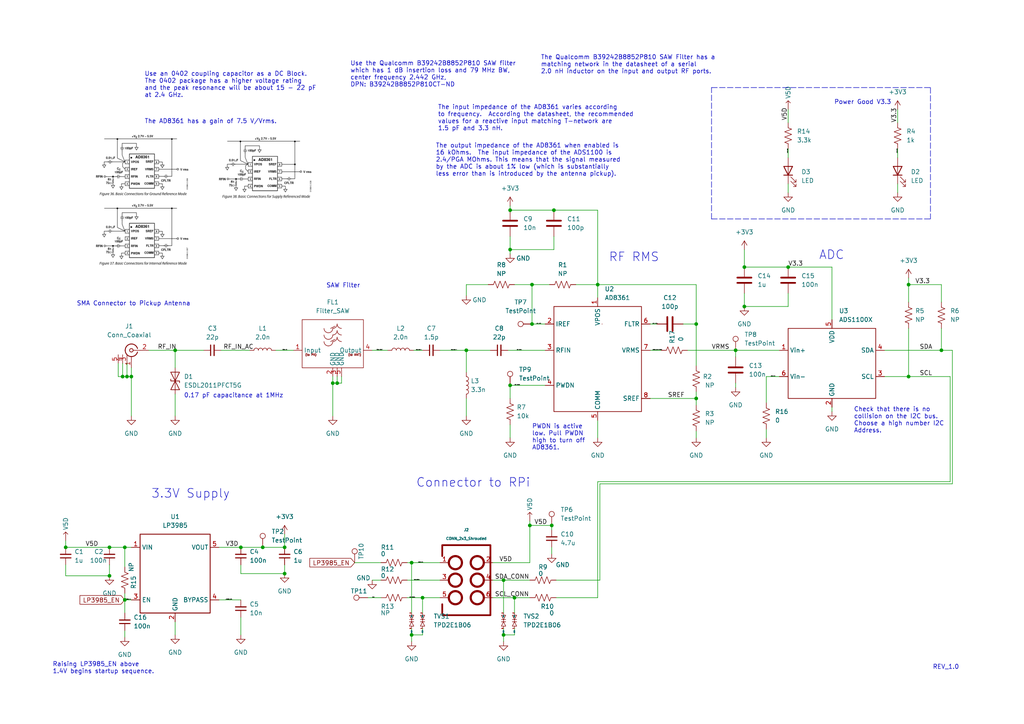
<source format=kicad_sch>
(kicad_sch (version 20211123) (generator eeschema)
  (paper "A4")
  (lib_symbols
    (symbol "CONN_2x3_Shrouded_1"
      (property "Reference" "J2" (at 0 14.605 0))
      (property "Value" "CONN_2x3_Shrouded" (at 0 12.065 0))
      (symbol "CONN_2x3_Shrouded_1_0_0"
        (text "" (at -2.54 -7.62 0) (effects (font (size 1.27 1.27))))
      )
      (symbol "CONN_2x3_Shrouded_1_0_1"
        (circle (center -3.175 -6.985) (radius 0.0001))
        (circle (center -3.175 -5.08) (radius 1.905) (stroke (width 0.635)))
        (circle (center -3.175 -1.905) (radius 0.0001))
        (circle (center -3.175 0) (radius 1.905) (stroke (width 0.635)))
        (circle (center -3.175 3.175) (radius 0.0001))
        (circle (center -3.175 5.08) (radius 1.905) (stroke (width 0.635)))
        (polyline (pts (xy -6.985 6.985) (xy -6.985 10.16) (xy 6.985 10.16) (xy 6.985 -10.16) (xy -6.985 -10.16) (xy -6.985 -6.985)) (stroke (width 0.508)))
        (circle (center 3.175 -5.08) (radius 1.905) (stroke (width 0.635)))
        (circle (center 3.175 -3.175) (radius 0.0001))
        (circle (center 3.175 0) (radius 1.905) (stroke (width 0.635)))
        (circle (center 3.175 1.905) (radius 0.0001))
        (circle (center 3.175 5.08) (radius 1.905) (stroke (width 0.635)))
        (circle (center 3.175 6.985) (radius 0.0001))
      )
      (symbol "CONN_2x3_Shrouded_1_1_1"
        (pin bidirectional line (at -7.62 5.08 0) (length 2.54) (name "") (number "1"))
        (pin bidirectional line (at 7.62 5.08 180) (length 2.54) (name "") (number "2"))
        (pin bidirectional line (at -7.62 0 0) (length 2.54) (name "") (number "3"))
        (pin bidirectional line (at 7.62 0 180) (length 2.54) (name "") (number "4"))
        (pin bidirectional line (at -7.62 -5.08 0) (length 2.54) (name "") (number "5"))
        (pin bidirectional line (at 7.62 -5.08 180) (length 2.54) (name "") (number "6"))
      )
    )
    (symbol "Connector:TestPoint" (pin_numbers hide) (pin_names (offset 0.762) hide)
      (property "Reference" "TP" (at 0 6.858 0))
      (property "Value" "TestPoint" (at 0 5.08 0))
      (symbol "TestPoint_0_1"
        (circle (center 0 3.302) (radius 0.762))
      )
      (symbol "TestPoint_1_1"
        (pin passive line (at 0 0 90) (length 2.54) (name "1") (number "1"))
      )
    )
    (symbol "Device:C" (pin_numbers hide) (pin_names (offset 0.254))
      (property "Reference" "C" (at 0.635 2.54 0))
      (property "Value" "C" (at 0.635 -2.54 0))
      (symbol "C_0_1"
        (polyline (pts (xy -2.032 -0.762) (xy 2.032 -0.762)) (stroke (width 0.508)))
        (polyline (pts (xy -2.032 0.762) (xy 2.032 0.762)) (stroke (width 0.508)))
      )
      (symbol "C_1_1"
        (pin passive line (at 0 3.81 270) (length 2.794) (name "~") (number "1"))
        (pin passive line (at 0 -3.81 90) (length 2.794) (name "~") (number "2"))
      )
    )
    (symbol "Device:C_Small" (pin_numbers hide) (pin_names (offset 0.254) hide)
      (property "Reference" "C" (at 0.254 1.778 0))
      (property "Value" "C_Small" (at 0.254 -2.032 0))
      (symbol "C_Small_0_1"
        (polyline (pts (xy -1.524 -0.508) (xy 1.524 -0.508)) (stroke (width 0.3302)))
        (polyline (pts (xy -1.524 0.508) (xy 1.524 0.508)) (stroke (width 0.3048)))
      )
      (symbol "C_Small_1_1"
        (pin passive line (at 0 2.54 270) (length 2.032) (name "~") (number "1"))
        (pin passive line (at 0 -2.54 90) (length 2.032) (name "~") (number "2"))
      )
    )
    (symbol "Device:L" (pin_numbers hide) (pin_names (offset 1.016) hide)
      (property "Reference" "L" (at -1.27 0 90))
      (property "Value" "L" (at 1.905 0 90))
      (symbol "L_0_1"
        (arc (start 0 -2.54) (mid 0.635 -1.905) (end 0 -1.27))
        (arc (start 0 -1.27) (mid 0.635 -0.635) (end 0 0))
        (arc (start 0 0) (mid 0.635 0.635) (end 0 1.27))
        (arc (start 0 1.27) (mid 0.635 1.905) (end 0 2.54))
      )
      (symbol "L_1_1"
        (pin passive line (at 0 3.81 270) (length 1.27) (name "1") (number "1"))
        (pin passive line (at 0 -3.81 90) (length 1.27) (name "2") (number "2"))
      )
    )
    (symbol "Device:LED" (pin_numbers hide) (pin_names (offset 1.016) hide)
      (property "Reference" "D" (at 0 2.54 0))
      (property "Value" "LED" (at 0 -2.54 0))
      (symbol "LED_0_1"
        (polyline (pts (xy -1.27 -1.27) (xy -1.27 1.27)) (stroke (width 0.254)))
        (polyline (pts (xy -1.27 0) (xy 1.27 0)))
        (polyline (pts (xy 1.27 -1.27) (xy 1.27 1.27) (xy -1.27 0) (xy 1.27 -1.27)) (stroke (width 0.254)))
        (polyline (pts (xy -3.048 -0.762) (xy -4.572 -2.286) (xy -3.81 -2.286) (xy -4.572 -2.286) (xy -4.572 -1.524)))
        (polyline (pts (xy -1.778 -0.762) (xy -3.302 -2.286) (xy -2.54 -2.286) (xy -3.302 -2.286) (xy -3.302 -1.524)))
      )
      (symbol "LED_1_1"
        (pin passive line (at -3.81 0 0) (length 2.54) (name "K") (number "1"))
        (pin passive line (at 3.81 0 180) (length 2.54) (name "A") (number "2"))
      )
    )
    (symbol "Device:R_US" (pin_numbers hide) (pin_names (offset 0))
      (property "Reference" "R" (at 2.54 0 90))
      (property "Value" "R_US" (at -2.54 0 90))
      (symbol "R_US_0_1"
        (polyline (pts (xy 0 -2.286) (xy 0 -2.54)))
        (polyline (pts (xy 0 2.286) (xy 0 2.54)))
        (polyline (pts (xy 0 -0.762) (xy 1.016 -1.143) (xy 0 -1.524) (xy -1.016 -1.905) (xy 0 -2.286)))
        (polyline (pts (xy 0 0.762) (xy 1.016 0.381) (xy 0 0) (xy -1.016 -0.381) (xy 0 -0.762)))
        (polyline (pts (xy 0 2.286) (xy 1.016 1.905) (xy 0 1.524) (xy -1.016 1.143) (xy 0 0.762)))
      )
      (symbol "R_US_1_1"
        (pin passive line (at 0 3.81 270) (length 1.27) (name "~") (number "1"))
        (pin passive line (at 0 -3.81 90) (length 1.27) (name "~") (number "2"))
      )
    )
    (symbol "Diode:ESD9B3.3ST5G" (pin_numbers hide) (pin_names (offset 1.016) hide)
      (property "Reference" "D" (at 0 2.54 0))
      (property "Value" "ESD9B3.3ST5G" (at 0 -2.54 0))
      (symbol "ESD9B3.3ST5G_0_1"
        (polyline (pts (xy 1.27 0) (xy -1.27 0)))
        (polyline (pts (xy -2.54 -1.27) (xy 0 0) (xy -2.54 1.27) (xy -2.54 -1.27)) (stroke (width 0.2032)))
        (polyline (pts (xy 0.508 1.27) (xy 0 1.27) (xy 0 -1.27) (xy -0.508 -1.27)) (stroke (width 0.2032)))
        (polyline (pts (xy 2.54 1.27) (xy 2.54 -1.27) (xy 0 0) (xy 2.54 1.27)) (stroke (width 0.2032)))
      )
      (symbol "ESD9B3.3ST5G_1_1"
        (pin passive line (at -3.81 0 0) (length 2.54) (name "A1") (number "1"))
        (pin passive line (at 3.81 0 180) (length 2.54) (name "A2") (number "2"))
      )
    )
    (symbol "RF_Detector:AD8361"
      (property "Reference" "U" (at 6.35 21.59 0))
      (property "Value" "AD8361" (at 8.89 19.05 0))
      (symbol "AD8361_0_1"
        (rectangle (start -12.7 17.78) (end 12.7 -12.7) (stroke (width 0.2)))
        (rectangle (start 1.27 12.7) (end 1.27 12.7))
        (rectangle (start 1.27 12.7) (end 1.27 12.7))
      )
      (symbol "AD8361_1_1"
        (pin input line (at 0 20.32 270) (length 2.54) (name "VPOS") (number "1"))
        (pin input line (at -15.24 12.7 0) (length 2.54) (name "IREF") (number "2"))
        (pin input line (at -15.24 5.08 0) (length 2.54) (name "RFIN") (number "3"))
        (pin input line (at -15.24 -5.08 0) (length 2.54) (name "PWDN") (number "4"))
        (pin input line (at 0 -15.24 90) (length 2.54) (name "COMM") (number "5"))
        (pin input line (at 15.24 12.7 180) (length 2.54) (name "FLTR") (number "6"))
        (pin output line (at 15.24 5.08 180) (length 2.54) (name "VRMS") (number "7"))
        (pin input line (at 15.24 -8.89 180) (length 2.54) (name "SREF") (number "8"))
      )
    )
    (symbol "RF_Detector:ADS1100"
      (property "Reference" "U" (at 5.08 13.97 0))
      (property "Value" "ADS1100" (at 8.89 11.43 0))
      (symbol "ADS1100_0_1"
        (rectangle (start -12.7 10.16) (end 12.7 -10.16) (stroke (width 0.2)))
      )
      (symbol "ADS1100_1_1"
        (pin input line (at -15.24 3.81 0) (length 2.54) (name "Vin+") (number "1"))
        (pin power_in line (at 0 -12.7 90) (length 2.54) (name "GND") (number "2"))
        (pin bidirectional line (at 15.24 -3.81 180) (length 2.54) (name "SCL") (number "3"))
        (pin bidirectional line (at 15.24 3.81 180) (length 2.54) (name "SDA") (number "4"))
        (pin power_in line (at 0 12.7 270) (length 2.54) (name "VDD") (number "5"))
        (pin input line (at -15.24 -3.81 0) (length 2.54) (name "Vin-") (number "6"))
      )
    )
    (symbol "RF_Detector:Conn_Coaxial" (pin_names (offset 1.016) hide)
      (property "Reference" "J1" (at 0.3174 7.62 0))
      (property "Value" "Conn_Coaxial" (at 0.3174 5.08 0))
      (symbol "Conn_Coaxial_0_1"
        (arc (start -1.778 -0.508) (mid 0.2311 -1.8066) (end 1.778 0) (stroke (width 0.254)))
        (polyline (pts (xy -2.54 0) (xy -0.508 0)))
        (polyline (pts (xy 0 -2.54) (xy 0 -1.778)))
        (circle (center 0 0) (radius 0.508) (stroke (width 0.2032)))
        (arc (start 1.778 0) (mid 0.2099 1.8101) (end -1.778 0.508) (stroke (width 0.254)))
      )
      (symbol "Conn_Coaxial_1_1"
        (pin power_in line (at 0 -5.08 90) (length 2.54) (name "GND") (number "1"))
        (pin bidirectional line (at -5.08 0 0) (length 2.54) (name "In") (number "2"))
        (pin power_in line (at 1.27 -3.81 90) (length 2.54) (name "GND") (number "3"))
        (pin power_in line (at 2.54 -3.81 90) (length 2.54) (name "GND") (number "4"))
        (pin power_in line (at 3.81 -3.81 90) (length 2.54) (name "GND") (number "5"))
      )
    )
    (symbol "RF_Detector:Filter_SAW"
      (property "Reference" "FL1" (at 0 13.97 0))
      (property "Value" "Filter_SAW" (at 0 11.43 0))
      (symbol "Filter_SAW_0_0"
        (text "(to ANT)" (at 6.35 -1.27 0) (effects (font (size 0.6 0.6))))
        (text "(to PA)" (at -6.35 -1.27 0) (effects (font (size 0.6 0.6))))
      )
      (symbol "Filter_SAW_0_1"
        (rectangle (start -8.89 -5.08) (end 8.89 8.89))
        (arc (start -2.54 2.54) (mid -2.168 1.642) (end -1.27 1.27))
        (arc (start -2.54 4.445) (mid -2.168 3.547) (end -1.27 3.175))
        (arc (start -2.54 6.35) (mid -2.168 5.452) (end -1.27 5.08))
        (arc (start -1.27 1.27) (mid -0.372 1.642) (end 0 2.54))
        (arc (start -1.27 3.175) (mid -0.372 3.547) (end 0 4.445))
        (arc (start -1.27 5.08) (mid -0.372 5.452) (end 0 6.35))
        (polyline (pts (xy -0.635 2.54) (xy 0.635 3.175)))
        (polyline (pts (xy -0.635 6.35) (xy 0.635 6.985)))
        (arc (start 0 2.54) (mid 2.168 1.642) (end 1.27 3.81))
        (arc (start 0 4.445) (mid 2.168 3.547) (end 1.27 5.715))
        (arc (start 0 6.35) (mid 2.168 5.452) (end 1.27 7.62))
        (arc (start 1.27 3.81) (mid 0.372 1.642) (end 2.54 2.54))
        (arc (start 1.27 5.715) (mid 0.372 3.547) (end 2.54 4.445))
        (arc (start 1.27 7.62) (mid 0.372 5.452) (end 2.54 6.35))
      )
      (symbol "Filter_SAW_1_1"
        (pin bidirectional line (at -11.43 0 0) (length 2.54) (name "Input") (number "1"))
        (pin power_in line (at 0 -7.62 90) (length 2.54) (name "GND") (number "2"))
        (pin power_in line (at 1.27 -7.62 90) (length 2.54) (name "GND") (number "3"))
        (pin bidirectional line (at 11.43 0 180) (length 2.54) (name "Output") (number "4"))
        (pin power_in line (at 2.54 -7.62 90) (length 2.54) (name "GND") (number "5"))
      )
    )
    (symbol "RF_Detector:LP3985"
      (property "Reference" "U1" (at 0 17.78 0))
      (property "Value" "LP3985" (at 0 15.24 0))
      (symbol "LP3985_0_1"
        (rectangle (start -10.16 12.7) (end 10.16 -10.16) (stroke (width 0.254)))
      )
      (symbol "LP3985_1_1"
        (pin power_in line (at -12.7 8.89 0) (length 2.54) (name "VIN") (number "1"))
        (pin power_out line (at 0 -12.7 90) (length 2.54) (name "GND") (number "2"))
        (pin input line (at -12.7 -6.35 0) (length 2.54) (name "EN") (number "3"))
        (pin bidirectional line (at 12.7 -6.35 180) (length 2.54) (name "BYPASS") (number "4"))
        (pin power_out line (at 12.7 8.89 180) (length 2.54) (name "VOUT") (number "5"))
      )
    )
    (symbol "RF_Detector:TPD2E1B06"
      (property "Reference" "TVS" (at -5.715 0.635 90))
      (property "Value" "TPD2E1B06" (at -3.81 4.445 90))
      (symbol "TPD2E1B06_0_1"
        (polyline (pts (xy -1.905 3.175) (xy -0.635 3.175)))
        (polyline (pts (xy -1.27 3.81) (xy -1.27 3.175)))
        (polyline (pts (xy -0.635 3.81) (xy -1.905 3.81)))
        (polyline (pts (xy 1.27 3.175) (xy 2.54 3.175)))
        (polyline (pts (xy 1.905 3.175) (xy 1.905 3.81)))
        (polyline (pts (xy 2.54 3.81) (xy 1.27 3.81)))
        (polyline (pts (xy -1.27 1.27) (xy -1.27 1.905) (xy -1.905 1.905) (xy -1.27 3.175) (xy -0.635 1.905) (xy -1.27 1.905)))
        (polyline (pts (xy -1.27 5.715) (xy -1.27 5.08) (xy -0.635 5.08) (xy -1.27 3.81) (xy -1.905 5.08) (xy -1.27 5.08)))
        (polyline (pts (xy 1.905 1.27) (xy 1.905 1.905) (xy 1.27 1.905) (xy 1.905 3.175) (xy 2.54 1.905) (xy 1.905 1.905)))
        (polyline (pts (xy 1.905 5.715) (xy 1.905 5.08) (xy 2.54 5.08) (xy 1.905 3.81) (xy 1.27 5.08) (xy 1.905 5.08)))
      )
      (symbol "TPD2E1B06_1_1"
        (pin bidirectional line (at -1.27 5.715 270) (length 0) (name "IOA1") (number "1"))
        (pin bidirectional line (at 1.905 5.715 270) (length 0) (name "IOB1") (number "2"))
        (pin bidirectional line (at 3.81 4.445 270) (length 0) hide (name "NC1") (number "3"))
        (pin bidirectional line (at 1.905 1.27 270) (length 0) (name "IOB2") (number "4"))
        (pin bidirectional line (at -1.27 1.27 270) (length 0) (name "IOE2") (number "5"))
        (pin bidirectional line (at 3.81 2.54 270) (length 0) hide (name "NC2") (number "6"))
      )
    )
    (symbol "RF_Detector:V5D" (pin_numbers hide)
      (symbol "V5D_0_1"
        (polyline (pts (xy -0.635 1.905) (xy 0 2.54) (xy 0.635 1.905)))
      )
      (symbol "V5D_1_1"
        (pin power_out line (at 0 0 90) (length 2.54) (name "V5D") (number ""))
      )
    )
    (symbol "power:+3.3V" (power) (pin_names (offset 0))
      (property "Value" "+3.3V" (at 0 3.556 0))
      (symbol "+3.3V_0_1"
        (polyline (pts (xy -0.762 1.27) (xy 0 2.54)))
        (polyline (pts (xy 0 0) (xy 0 2.54)))
        (polyline (pts (xy 0 2.54) (xy 0.762 1.27)))
      )
      (symbol "+3.3V_1_1"
        (pin power_in line (at 0 0 90) (length 0) hide (name "+3V3") (number "1"))
      )
    )
    (symbol "power:GND" (power) (pin_names (offset 0))
      (property "Value" "GND" (at 0 -3.81 0))
      (symbol "GND_0_1"
        (polyline (pts (xy 0 0) (xy 0 -1.27) (xy 1.27 -1.27) (xy 0 -2.54) (xy -1.27 -1.27) (xy 0 -1.27)))
      )
      (symbol "GND_1_1"
        (pin power_in line (at 0 0 270) (length 0) hide (name "GND") (number "1"))
      )
    )
  )
  (junction (at 263.525 82.55))
  (junction (at 160.655 60.96))
  (junction (at 201.93 93.98))
  (junction (at 154.305 93.98))
  (junction (at 96.52 111.125))
  (junction (at 82.55 166.37))
  (junction (at 36.83 109.22))
  (junction (at 135.255 101.6))
  (junction (at 69.85 158.75))
  (junction (at 154.305 82.55))
  (junction (at 97.79 111.125))
  (junction (at 122.555 173.355))
  (junction (at 31.75 158.75))
  (junction (at 160.02 152.4))
  (junction (at 36.195 158.75))
  (junction (at 36.195 173.99))
  (junction (at 31.75 167.005))
  (junction (at 38.1 109.22))
  (junction (at 19.05 158.75))
  (junction (at 35.56 109.22))
  (junction (at 173.355 82.55))
  (junction (at 147.955 72.39))
  (junction (at 228.6 77.47))
  (junction (at 213.36 101.6))
  (junction (at 273.05 101.6))
  (junction (at 147.955 60.96))
  (junction (at 147.955 111.76))
  (junction (at 146.05 168.275))
  (junction (at 119.38 184.15))
  (junction (at 215.9 77.47))
  (junction (at 201.93 115.57))
  (junction (at 215.9 88.9))
  (junction (at 119.38 163.195))
  (junction (at 263.525 109.22))
  (junction (at 153.67 152.4))
  (junction (at 76.2 158.75))
  (junction (at 82.55 158.75))
  (junction (at 149.225 173.355))
  (junction (at 146.05 184.15))
  (junction (at 50.8 101.6))
  (wire (pts (xy 160.02 152.4) (xy 160.02 153.67)))
  (wire (pts (xy 35.56 109.22) (xy 35.56 105.41)))
  (wire (pts (xy 222.25 109.22) (xy 226.06 109.22)))
  (wire (pts (xy 260.35 43.18) (xy 260.35 45.72)))
  (wire (pts (xy 222.25 124.46) (xy 222.25 127)))
  (wire (pts (xy 228.6 77.47) (xy 241.3 77.47)))
  (wire (pts (xy 107.95 101.6) (xy 112.395 101.6)))
  (wire (pts (xy 118.11 163.195) (xy 119.38 163.195)))
  (wire (pts (xy 107.95 168.275) (xy 110.49 168.275)))
  (wire (pts (xy 36.83 109.22) (xy 35.56 109.22)))
  (wire (pts (xy 36.195 158.75) (xy 36.195 164.465)))
  (wire (pts (xy 19.05 156.845) (xy 19.05 158.75)))
  (wire (pts (xy 96.52 109.22) (xy 96.52 111.125)))
  (wire (pts (xy 260.35 53.34) (xy 260.35 55.88)))
  (wire (pts (xy 35.56 109.22) (xy 34.29 109.22)))
  (wire (pts (xy 36.83 109.22) (xy 36.83 105.41)))
  (wire (pts (xy 276.225 140.335) (xy 173.99 140.335)))
  (wire (pts (xy 127.635 101.6) (xy 135.255 101.6)))
  (wire (pts (xy 147.955 59.69) (xy 147.955 60.96)))
  (wire (pts (xy 63.5 158.75) (xy 69.85 158.75)))
  (wire (pts (xy 80.01 101.6) (xy 85.09 101.6)))
  (wire (pts (xy 188.595 101.6) (xy 191.77 101.6)))
  (wire (pts (xy 154.305 93.98) (xy 154.305 82.55)))
  (polyline (pts (xy 206.375 63.5) (xy 269.875 63.5)))
  (wire (pts (xy 69.85 158.75) (xy 76.2 158.75)))
  (wire (pts (xy 119.38 163.195) (xy 127.635 163.195)))
  (wire (pts (xy 153.67 151.13) (xy 153.67 152.4)))
  (wire (pts (xy 228.6 53.34) (xy 228.6 55.88)))
  (wire (pts (xy 222.25 109.22) (xy 222.25 116.84)))
  (wire (pts (xy 160.02 158.75) (xy 160.02 160.655)))
  (wire (pts (xy 97.79 111.125) (xy 96.52 111.125)))
  (wire (pts (xy 119.38 182.245) (xy 119.38 184.15)))
  (wire (pts (xy 167.005 82.55) (xy 173.355 82.55)))
  (wire (pts (xy 160.655 60.96) (xy 173.355 60.96)))
  (wire (pts (xy 96.52 111.125) (xy 96.52 120.65)))
  (wire (pts (xy 69.85 166.37) (xy 69.85 163.83)))
  (wire (pts (xy 273.05 101.6) (xy 276.225 101.6)))
  (wire (pts (xy 149.225 173.355) (xy 153.67 173.355)))
  (wire (pts (xy 36.195 173.99) (xy 36.195 177.8)))
  (wire (pts (xy 99.06 111.125) (xy 97.79 111.125)))
  (wire (pts (xy 38.1 106.68) (xy 38.1 109.22)))
  (wire (pts (xy 99.06 109.22) (xy 99.06 111.125)))
  (wire (pts (xy 213.36 101.6) (xy 213.36 103.505)))
  (wire (pts (xy 31.75 158.75) (xy 36.195 158.75)))
  (wire (pts (xy 50.8 101.6) (xy 50.8 106.68)))
  (wire (pts (xy 173.355 121.92) (xy 173.355 127)))
  (wire (pts (xy 275.59 139.7) (xy 173.355 139.7)))
  (wire (pts (xy 161.29 168.275) (xy 173.99 168.275)))
  (wire (pts (xy 19.05 158.75) (xy 31.75 158.75)))
  (wire (pts (xy 147.955 127) (xy 147.955 123.19)))
  (wire (pts (xy 147.955 72.39) (xy 147.955 73.66)))
  (wire (pts (xy 19.05 167.005) (xy 31.75 167.005)))
  (wire (pts (xy 135.255 85.725) (xy 135.255 82.55)))
  (wire (pts (xy 147.955 111.76) (xy 158.115 111.76)))
  (polyline (pts (xy 206.375 63.5) (xy 206.375 25.4)))
  (wire (pts (xy 142.875 168.275) (xy 146.05 168.275)))
  (polyline (pts (xy 206.375 25.4) (xy 269.875 25.4)))
  (wire (pts (xy 38.1 109.22) (xy 38.1 120.65)))
  (wire (pts (xy 147.955 115.57) (xy 147.955 111.76)))
  (wire (pts (xy 201.93 93.98) (xy 201.93 82.55)))
  (wire (pts (xy 122.555 173.355) (xy 122.555 177.8)))
  (wire (pts (xy 173.355 60.96) (xy 173.355 82.55)))
  (wire (pts (xy 188.595 115.57) (xy 201.93 115.57)))
  (wire (pts (xy 215.9 77.47) (xy 228.6 77.47)))
  (wire (pts (xy 241.3 92.71) (xy 241.3 77.47)))
  (wire (pts (xy 43.18 101.6) (xy 50.8 101.6)))
  (wire (pts (xy 273.05 95.25) (xy 273.05 101.6)))
  (wire (pts (xy 146.05 184.15) (xy 146.05 186.055)))
  (wire (pts (xy 199.39 101.6) (xy 213.36 101.6)))
  (wire (pts (xy 119.38 163.195) (xy 119.38 177.8)))
  (wire (pts (xy 122.555 173.355) (xy 127.635 173.355)))
  (wire (pts (xy 149.225 82.55) (xy 154.305 82.55)))
  (wire (pts (xy 149.225 182.245) (xy 149.225 184.15)))
  (wire (pts (xy 146.05 184.15) (xy 149.225 184.15)))
  (wire (pts (xy 276.225 101.6) (xy 276.225 140.335)))
  (wire (pts (xy 147.955 68.58) (xy 147.955 72.39)))
  (wire (pts (xy 142.875 173.355) (xy 149.225 173.355)))
  (wire (pts (xy 263.525 109.22) (xy 275.59 109.22)))
  (wire (pts (xy 63.5 173.99) (xy 69.85 173.99)))
  (wire (pts (xy 153.67 152.4) (xy 160.02 152.4)))
  (wire (pts (xy 241.3 118.11) (xy 241.3 119.38)))
  (wire (pts (xy 135.255 115.57) (xy 135.255 120.65)))
  (wire (pts (xy 82.55 166.37) (xy 69.85 166.37)))
  (wire (pts (xy 153.67 152.4) (xy 153.67 163.195)))
  (wire (pts (xy 135.255 82.55) (xy 141.605 82.55)))
  (wire (pts (xy 149.225 173.355) (xy 149.225 177.8)))
  (wire (pts (xy 50.8 114.3) (xy 50.8 120.65)))
  (wire (pts (xy 201.93 113.665) (xy 201.93 115.57)))
  (wire (pts (xy 273.05 87.63) (xy 273.05 82.55)))
  (wire (pts (xy 215.9 85.09) (xy 215.9 88.9)))
  (wire (pts (xy 215.9 72.39) (xy 215.9 77.47)))
  (wire (pts (xy 36.195 158.75) (xy 38.1 158.75)))
  (wire (pts (xy 228.6 43.18) (xy 228.6 45.72)))
  (wire (pts (xy 173.355 82.55) (xy 173.355 86.36)))
  (wire (pts (xy 173.355 82.55) (xy 201.93 82.55)))
  (wire (pts (xy 201.93 125.095) (xy 201.93 127)))
  (wire (pts (xy 198.12 93.98) (xy 201.93 93.98)))
  (wire (pts (xy 147.955 60.96) (xy 160.655 60.96)))
  (wire (pts (xy 273.05 82.55) (xy 263.525 82.55)))
  (wire (pts (xy 135.255 101.6) (xy 135.255 107.95)))
  (polyline (pts (xy 269.875 25.4) (xy 269.875 63.5)))
  (wire (pts (xy 275.59 109.22) (xy 275.59 139.7)))
  (wire (pts (xy 102.87 163.195) (xy 110.49 163.195)))
  (wire (pts (xy 31.75 163.83) (xy 31.75 167.005)))
  (wire (pts (xy 213.36 111.125) (xy 213.36 112.395)))
  (wire (pts (xy 64.135 101.6) (xy 72.39 101.6)))
  (wire (pts (xy 122.555 182.245) (xy 122.555 184.15)))
  (wire (pts (xy 34.29 109.22) (xy 34.29 105.41)))
  (wire (pts (xy 173.99 140.335) (xy 173.99 168.275)))
  (wire (pts (xy 173.355 139.7) (xy 173.355 173.355)))
  (wire (pts (xy 228.6 85.09) (xy 228.6 88.9)))
  (wire (pts (xy 119.38 184.15) (xy 119.38 186.055)))
  (wire (pts (xy 188.595 93.98) (xy 190.5 93.98)))
  (wire (pts (xy 38.1 173.99) (xy 36.195 173.99)))
  (wire (pts (xy 135.255 101.6) (xy 142.24 101.6)))
  (wire (pts (xy 201.93 115.57) (xy 201.93 117.475)))
  (wire (pts (xy 82.55 154.94) (xy 82.55 158.75)))
  (wire (pts (xy 153.67 163.195) (xy 142.875 163.195)))
  (wire (pts (xy 50.8 101.6) (xy 59.055 101.6)))
  (wire (pts (xy 147.32 101.6) (xy 158.115 101.6)))
  (wire (pts (xy 82.55 163.83) (xy 82.55 166.37)))
  (wire (pts (xy 146.05 177.8) (xy 146.05 168.275)))
  (wire (pts (xy 50.8 180.34) (xy 50.8 184.15)))
  (wire (pts (xy 201.93 106.045) (xy 201.93 93.98)))
  (wire (pts (xy 161.29 173.355) (xy 173.355 173.355)))
  (wire (pts (xy 154.305 82.55) (xy 159.385 82.55)))
  (wire (pts (xy 36.195 173.99) (xy 36.195 172.085)))
  (wire (pts (xy 19.05 163.83) (xy 19.05 167.005)))
  (wire (pts (xy 120.015 101.6) (xy 122.555 101.6)))
  (wire (pts (xy 69.85 179.07) (xy 69.85 184.15)))
  (wire (pts (xy 228.6 31.75) (xy 228.6 35.56)))
  (wire (pts (xy 106.68 173.355) (xy 110.49 173.355)))
  (wire (pts (xy 263.525 80.645) (xy 263.525 82.55)))
  (wire (pts (xy 263.525 82.55) (xy 263.525 87.63)))
  (wire (pts (xy 97.79 109.22) (xy 97.79 111.125)))
  (wire (pts (xy 36.195 182.88) (xy 36.195 184.785)))
  (wire (pts (xy 260.35 31.75) (xy 260.35 35.56)))
  (wire (pts (xy 76.2 158.75) (xy 82.55 158.75)))
  (wire (pts (xy 213.36 101.6) (xy 226.06 101.6)))
  (wire (pts (xy 122.555 184.15) (xy 119.38 184.15)))
  (wire (pts (xy 263.525 95.25) (xy 263.525 109.22)))
  (wire (pts (xy 38.1 109.22) (xy 36.83 109.22)))
  (wire (pts (xy 160.655 68.58) (xy 160.655 72.39)))
  (wire (pts (xy 146.05 168.275) (xy 153.67 168.275)))
  (wire (pts (xy 158.115 93.98) (xy 154.305 93.98)))
  (wire (pts (xy 256.54 109.22) (xy 263.525 109.22)))
  (wire (pts (xy 256.54 101.6) (xy 273.05 101.6)))
  (wire (pts (xy 215.9 88.9) (xy 228.6 88.9)))
  (wire (pts (xy 147.955 72.39) (xy 160.655 72.39)))
  (wire (pts (xy 118.11 168.275) (xy 127.635 168.275)))
  (wire (pts (xy 146.05 182.245) (xy 146.05 184.15)))
  (wire (pts (xy 118.11 173.355) (xy 122.555 173.355)))
  (image (at 41.91 59.055))
  (image (at 76.2 48.26))
  (text "0.17 pF capacitance at 1MHz\n" (at 53.34 115.57 0) (effects (font (size 1.27 1.27)) (justify left bottom)))
  (text "The input impedance of the AD8361 varies according\nto frequency.  According the datasheet, the recommended\nvalues for a reactive input matching T-network are\n1.5 pF and 3.3 nH.\n" (at 127 38.1 0) (effects (font (size 1.27 1.27)) (justify left bottom)))
  (text "Power Good V3.3 \n" (at 241.935 30.48 0) (effects (font (size 1.27 1.27)) (justify left bottom)))
  (text "The Qualcomm B39242B8852P810 SAW Filter has a\nmatching network in the datasheet of a serial\n2.0 nH inductor on the input and output RF ports.\n" (at 156.845 21.59 0) (effects (font (size 1.27 1.27)) (justify left bottom)))
  (text "Connector to RPi" (at 120.65 141.605 0) (effects (font (size 2.54 2.54)) (justify left bottom)))
  (text "The AD8361 has a gain of 7.5 V/Vrms.\n\n" (at 41.91 38.1 0) (effects (font (size 1.27 1.27)) (justify left bottom)))
  (text "The output impedance of the AD8361 when enabled is \n16 kOhms.  The input impedance of the ADS1100 is\n2.4/PGA MOhms. This means that the signal measured\nby the ADC is about 1% low (which is substantially\nless error than is introduced by the antenna pickup).\n\n" (at 126.365 53.34 0) (effects (font (size 1.27 1.27)) (justify left bottom)))
  (text "PWDN is active\nlow. Pull PWDN\nhigh to turn off \nAD8361.\n\n" (at 154.305 132.715 0) (effects (font (size 1.27 1.27)) (justify left bottom)))
  (text "SAW Filter\n\n" (at 94.615 85.725 0) (effects (font (size 1.27 1.27)) (justify left bottom)))
  (text "Use an 0402 coupling capacitor as a DC Block.  \nThe 0402 package has a higher voltage rating\nand the peak resonance will be about 15 - 22 pF\nat 2.4 GHz.\n\n" (at 41.91 30.48 0) (effects (font (size 1.27 1.27)) (justify left bottom)))
  (text "RF RMS\n" (at 176.53 76.2 0) (effects (font (size 2.54 2.54)) (justify left bottom)))
  (text "Use the Qualcomm B39242B8852P810 SAW filter\nwhich has 1 dB insertion loss and 79 MHz BW, \ncenter frequency 2.442 GHz, \nDPN: B39242B8852P810CT-ND" (at 101.6 25.4 0) (effects (font (size 1.27 1.27)) (justify left bottom)))
  (text "SMA Connector to Pickup Antenna\n" (at 22.225 88.9 0) (effects (font (size 1.27 1.27)) (justify left bottom)))
  (text "ADC" (at 237.49 75.565 0) (effects (font (size 2.54 2.54)) (justify left bottom)))
  (text "Raising LP3985_EN above\n1.4V begins startup sequence." (at 15.24 195.58 0) (effects (font (size 1.27 1.27)) (justify left bottom)))
  (text "Check that there is no \ncollision on the I2C bus.\nChoose a high number I2C\nAddress." (at 247.65 125.73 0) (effects (font (size 1.27 1.27)) (justify left bottom)))
  (text "REV_1.0" (at 270.51 194.31 0) (effects (font (size 1.27 1.27)) (justify left bottom)))
  (text "3.3V Supply " (at 43.815 144.78 0) (effects (font (size 2.54 2.54)) (justify left bottom)))
  (label "LED_V5D" (at 228.6 44.45 90) (effects (font (size 0.2 0.2))))
  (label "SAW_OUT" (at 109.22 101.6 0) (effects (font (size 0.25 0.25))))
  (label "SCL_CONN" (at 143.51 173.355 0))
  (label "CHK" (at 107.95 173.355 0) (effects (font (size 0.2 0.2))))
  (label "V5D" (at 228.6 34.925 90))
  (label "DET_FLTR" (at 189.23 93.98 0) (effects (font (size 0.2 0.2))))
  (label "LP3985_BYP" (at 65.405 173.99 0) (effects (font (size 0.2 0.2))))
  (label "V3D" (at 65.405 158.75 0))
  (label "DET_IREF" (at 155.575 93.98 0) (effects (font (size 0.2 0.2))))
  (label "DET_PWDN" (at 149.225 111.76 0) (effects (font (size 0.2 0.2))))
  (label "DET_RFIN" (at 149.86 101.6 0) (effects (font (size 0.2 0.2))))
  (label "CONN_EN" (at 121.285 163.195 0) (effects (font (size 0.2 0.2))))
  (label "SREF" (at 193.675 115.57 0))
  (label "ADC_VIN-" (at 223.52 109.22 0) (effects (font (size 0.2 0.2))))
  (label "V5D" (at 144.78 163.195 0))
  (label "RF_IN_AC" (at 64.77 101.6 0))
  (label "SAW_OUT_T" (at 130.81 101.6 0) (effects (font (size 0.2 0.2))))
  (label "GND_CONN" (at 120.015 168.275 0) (effects (font (size 0.2 0.2))))
  (label "SDA_CONN" (at 143.51 168.275 0))
  (label "V3.3" (at 265.43 82.55 0))
  (label "SCL" (at 266.7 109.22 0))
  (label "LP3985_EN" (at 36.195 173.99 0) (effects (font (size 0.2 0.2))))
  (label "RF_IN" (at 45.72 101.6 0))
  (label "VRMS" (at 206.375 101.6 0))
  (label "SDA" (at 266.7 101.6 0))
  (label "V3.3" (at 228.6 77.47 0))
  (label "SAW_IN" (at 81.915 101.6 0) (effects (font (size 0.25 0.25))))
  (label "V5D" (at 154.94 152.4 0))
  (label "CHK_CONN" (at 118.745 173.355 0) (effects (font (size 0.2 0.2))))
  (label "SAW_OUT_L" (at 120.65 101.6 0) (effects (font (size 0.2 0.2))))
  (label "V3.3" (at 260.35 35.56 90))
  (label "LED_3V3" (at 260.35 44.45 90) (effects (font (size 0.2 0.2))))
  (label "VRMS_UNFILTERED" (at 189.23 101.6 0) (effects (font (size 0.2 0.2))))
  (label "V5D" (at 24.765 158.75 0))
  (global_label "LP3985_EN" (shape input) (at 102.87 163.195 180) (property "Intersheet References" "${INTERSHEET_REFS}" (effects hide)))
  (global_label "LP3985_EN" (shape input) (at 36.195 173.99 180) (property "Intersheet References" "${INTERSHEET_REFS}" (effects hide)))
  (symbol (lib_id "Device:C") (at 228.6 81.28 0) (unit 1)
    (property "Reference" "C15" (at 232.41 80.0099 0) (effects (justify left)))
    (property "Value" "100n" (at 232.41 82.5499 0) (effects (justify left)))
    (property "Footprint" "Capacitor_SMD:C_0402_1005Metric" (effects hide))
  )
  (symbol (lib_id "Device:R_US") (at 201.93 109.855 180) (unit 1)
    (property "Reference" "R2" (at 203.835 109.2199 0) (effects (justify right)))
    (property "Value" "NP" (at 204.47 111.7599 0) (effects (justify right)))
    (property "Footprint" "Resistor_SMD:R_0402_1005Metric" (effects hide))
  )
  (symbol (lib_id "power:GND") (at 50.8 120.65 0) (unit 1)
    (property "Reference" "#PWR0125" (effects hide))
    (property "Value" "GND" (at 50.8 125.73 0))
  )
  (symbol (lib_id "Device:C_Small") (at 160.02 156.21 180) (unit 1)
    (property "Reference" "C10" (at 162.56 154.9335 0) (effects (justify right)))
    (property "Value" "4.7u" (at 162.56 157.4735 0) (effects (justify right)))
    (property "Footprint" "Capacitor_SMD:C_1206_3216Metric" (effects hide))
  )
  (symbol (lib_id "Connector:TestPoint") (at 106.68 173.355 90) (unit 1)
    (property "Reference" "TP11" (at 106.5529 171.45 90) (effects (justify left)))
    (property "Value" "TestPoint" (effects hide))
    (property "Footprint" "rf_detector:testpoint_1.0mm" (effects hide))
  )
  (symbol (lib_id "Device:LED") (at 260.35 49.53 90) (unit 1)
    (property "Reference" "D2" (at 264.16 49.8474 90) (effects (justify right)))
    (property "Value" "LED" (at 264.16 52.3874 90) (effects (justify right)))
    (property "Footprint" "Diode_SMD:D_0603_1608Metric" (effects hide))
    (property "Color" "GRN" (effects hide))
  )
  (symbol (lib_id "power:GND") (at 31.75 167.005 0) (unit 1)
    (property "Reference" "#PWR0104" (effects hide))
    (property "Value" "GND" (at 31.75 172.085 0))
  )
  (symbol (lib_id "Device:R_US") (at 260.35 39.37 0) (unit 1)
    (property "Reference" "R4" (at 262.89 38.0999 0) (effects (justify left)))
    (property "Value" "1k" (at 262.89 40.6399 0) (effects (justify left)))
    (property "Footprint" "Resistor_SMD:R_0402_1005Metric" (effects hide))
  )
  (symbol (lib_id "power:GND") (at 160.02 160.655 0) (unit 1)
    (property "Reference" "#PWR0114" (effects hide))
    (property "Value" "GND" (at 163.195 163.83 0))
  )
  (symbol (lib_id "Device:C_Small") (at 69.85 161.29 180) (unit 1)
    (property "Reference" "C4" (at 72.39 160.0135 0) (effects (justify right)))
    (property "Value" "100n" (at 72.39 162.5535 0) (effects (justify right)))
    (property "Footprint" "Capacitor_SMD:C_0402_1005Metric" (effects hide))
    (property "Pkg" "0402" (effects hide))
  )
  (symbol (lib_id "power:GND") (at 38.1 120.65 0) (unit 1)
    (property "Reference" "#PWR0124" (effects hide))
    (property "Value" "GND" (at 38.1 125.73 0))
  )
  (symbol (lib_id "RF_Detector:TPD2E1B06") (at 120.65 183.515 0) (unit 1)
    (property "Reference" "TVS1" (at 125.73 178.7524 0) (effects (justify left)))
    (property "Value" "TPD2E1B06" (at 125.73 181.2924 0) (effects (justify left)))
    (property "Footprint" "Package_TO_SOT_SMD:SOT-23-6" (effects hide))
  )
  (symbol (lib_id "power:GND") (at 36.195 184.785 0) (unit 1)
    (property "Reference" "#PWR0129" (effects hide))
    (property "Value" "GND" (at 36.195 189.865 0))
  )
  (symbol (lib_id "Device:R_US") (at 201.93 121.285 180) (unit 1)
    (property "Reference" "R3" (at 204.47 120.0149 0) (effects (justify right)))
    (property "Value" "NP" (at 204.47 122.5549 0) (effects (justify right)))
    (property "Footprint" "Resistor_SMD:R_0402_1005Metric" (effects hide))
  )
  (symbol (lib_id "power:GND") (at 215.9 88.9 0) (unit 1)
    (property "Reference" "#PWR0107" (effects hide))
    (property "Value" "GND" (at 215.9 93.98 0))
  )
  (symbol (lib_id "RF_Detector:Filter_SAW") (at 96.52 101.6 0) (unit 1)
    (property "Reference" "FL1" (at 96.52 87.63 0))
    (property "Value" "Filter_SAW" (at 96.52 90.17 0))
    (property "Footprint" "rf_detector:5-SMD" (effects hide))
  )
  (symbol (lib_id "Device:C_Small") (at 69.85 176.53 180) (unit 1)
    (property "Reference" "C5" (at 72.39 175.2535 0) (effects (justify right)))
    (property "Value" "10n" (at 72.39 177.7935 0) (effects (justify right)))
    (property "Footprint" "Capacitor_SMD:C_0402_1005Metric" (effects hide))
  )
  (symbol (lib_id "power:+3.3V") (at 82.55 154.94 0) (unit 1)
    (property "Reference" "#PWR0109" (effects hide))
    (property "Value" "+3.3V" (at 82.55 149.86 0))
  )
  (symbol (lib_id "Device:C_Small") (at 125.095 101.6 90) (unit 1)
    (property "Reference" "C7" (at 125.1013 95.25 90))
    (property "Value" "1.5p" (at 125.1013 97.79 90))
    (property "Footprint" "Capacitor_SMD:C_0201_0603Metric" (effects hide))
  )
  (symbol (lib_name "CONN_2x3_Shrouded_1") (lib_id "RF_Detector:CONN_2x3_Shrouded") (at 135.255 168.275 0) (unit 1)
    (property "Reference" "J2" (at 135.255 153.67 0) (effects (font (size 0.762 0.762))))
    (property "Value" "CONN_2x3_Shrouded" (at 135.255 156.21 0) (effects (font (size 0.762 0.762))))
    (property "Footprint" "rf_detector:CONN_2x3_2mm_shrouded_TH" (effects hide))
    (property "Pkg" "conn_100mil_2x3_TH_Shrouded" (effects hide))
  )
  (symbol (lib_id "Device:R_US") (at 114.3 173.355 90) (unit 1)
    (property "Reference" "R13" (at 112.395 175.895 90))
    (property "Value" "NP" (at 111.76 177.8 90))
    (property "Footprint" "Resistor_SMD:R_0402_1005Metric" (effects hide))
  )
  (symbol (lib_id "Device:LED") (at 228.6 49.53 90) (unit 1)
    (property "Reference" "D3" (at 232.41 49.8474 90) (effects (justify right)))
    (property "Value" "LED" (at 232.41 52.3874 90) (effects (justify right)))
    (property "Footprint" "Diode_SMD:D_0603_1608Metric" (effects hide))
  )
  (symbol (lib_id "power:GND") (at 146.05 186.055 0) (unit 1)
    (property "Reference" "#PWR0131" (effects hide))
    (property "Value" "GND" (at 146.05 191.135 0))
  )
  (symbol (lib_id "power:+3.3V") (at 147.955 59.69 0) (unit 1)
    (property "Reference" "#PWR0117" (effects hide))
    (property "Value" "+3.3V" (at 147.955 54.61 0))
  )
  (symbol (lib_id "Device:R_US") (at 222.25 120.65 180) (unit 1)
    (property "Reference" "R16" (at 224.79 119.3799 0) (effects (justify right)))
    (property "Value" "0" (at 224.79 121.9199 0) (effects (justify right)))
    (property "Footprint" "Resistor_SMD:R_0402_1005Metric" (effects hide))
  )
  (symbol (lib_id "power:GND") (at 201.93 127 0) (unit 1)
    (property "Reference" "#PWR0121" (effects hide))
    (property "Value" "GND" (at 201.93 132.08 0))
  )
  (symbol (lib_id "power:GND") (at 69.85 184.15 0) (unit 1)
    (property "Reference" "#PWR0101" (effects hide))
    (property "Value" "GND" (at 69.85 189.23 0))
  )
  (symbol (lib_id "Device:R_US") (at 157.48 168.275 90) (unit 1)
    (property "Reference" "R9" (at 157.48 164.465 90))
    (property "Value" "0" (at 156.845 166.37 90))
    (property "Footprint" "Resistor_SMD:R_0402_1005Metric" (effects hide))
  )
  (symbol (lib_id "RF_Detector:V5D") (at 228.6 31.75 0) (unit 1)
    (property "Reference" "V5D3" (effects hide))
    (property "Value" "V5D" (effects hide))
  )
  (symbol (lib_id "power:GND") (at 222.25 127 0) (unit 1)
    (property "Reference" "#PWR0119" (effects hide))
    (property "Value" "GND" (at 222.25 132.08 0))
  )
  (symbol (lib_id "power:GND") (at 260.35 55.88 0) (unit 1)
    (property "Reference" "#PWR0106" (effects hide))
    (property "Value" "GND" (at 260.35 60.96 0))
  )
  (symbol (lib_id "Connector:TestPoint") (at 154.305 93.98 90) (unit 1)
    (property "Reference" "TP7" (at 151.003 87.63 90))
    (property "Value" "TestPoint" (at 151.003 90.17 90))
    (property "Footprint" "rf_detector:testpoint_1.0mm" (effects hide))
  )
  (symbol (lib_id "Device:C") (at 213.36 107.315 0) (unit 1)
    (property "Reference" "C13" (at 217.17 106.0449 0) (effects (justify left)))
    (property "Value" "100n" (at 217.17 108.5849 0) (effects (justify left)))
    (property "Footprint" "Capacitor_SMD:C_0402_1005Metric" (effects hide))
  )
  (symbol (lib_id "RF_Detector:TPD2E1B06") (at 147.32 183.515 0) (unit 1)
    (property "Reference" "TVS2" (at 151.765 178.7524 0) (effects (justify left)))
    (property "Value" "TPD2E1B06" (at 151.765 181.2924 0) (effects (justify left)))
    (property "Footprint" "Package_TO_SOT_SMD:SOT-23-6" (effects hide))
  )
  (symbol (lib_id "Device:C_Small") (at 82.55 161.29 180) (unit 1)
    (property "Reference" "C6" (at 85.09 160.0135 0) (effects (justify right)))
    (property "Value" "1u" (at 85.09 162.5535 0) (effects (justify right)))
    (property "Footprint" "Capacitor_SMD:C_0402_1005Metric" (effects hide))
    (property "Pkg" "0402" (effects hide))
  )
  (symbol (lib_id "power:GND") (at 119.38 186.055 0) (unit 1)
    (property "Reference" "#PWR0130" (effects hide))
    (property "Value" "GND" (at 119.38 191.135 0))
  )
  (symbol (lib_id "RF_Detector:LP3985") (at 50.8 167.64 0) (unit 1)
    (property "Reference" "U1" (at 50.8 149.86 0))
    (property "Value" "LP3985" (at 50.8 152.4 0))
    (property "Footprint" "Package_TO_SOT_SMD:SOT-23-5" (effects hide))
    (property "Pkg" "5-SMD" (effects hide))
  )
  (symbol (lib_id "Connector:TestPoint") (at 76.2 158.75 0) (unit 1)
    (property "Reference" "TP2" (at 78.74 154.1779 0) (effects (justify left)))
    (property "Value" "TestPoint" (at 78.74 156.7179 0) (effects (justify left)))
    (property "Footprint" "rf_detector:testpoint_1.0mm" (effects hide))
  )
  (symbol (lib_id "power:GND") (at 147.955 73.66 0) (unit 1)
    (property "Reference" "#PWR0116" (effects hide))
    (property "Value" "GND" (at 151.765 74.93 0))
  )
  (symbol (lib_id "Connector:TestPoint") (at 213.36 101.6 0) (unit 1)
    (property "Reference" "TP8" (at 215.9 97.0279 0) (effects (justify left)))
    (property "Value" "TestPoint" (at 215.9 99.5679 0) (effects (justify left)))
    (property "Footprint" "rf_detector:testpoint_1.0mm" (effects hide))
  )
  (symbol (lib_id "power:GND") (at 135.255 120.65 0) (unit 1)
    (property "Reference" "#PWR0111" (effects hide))
    (property "Value" "GND" (at 135.255 125.73 0))
  )
  (symbol (lib_id "Connector:TestPoint") (at 147.955 111.76 0) (unit 1)
    (property "Reference" "TP9" (at 150.495 107.1879 0) (effects (justify left)))
    (property "Value" "TestPoint" (at 150.495 109.7279 0) (effects (justify left)))
    (property "Footprint" "rf_detector:testpoint_1.0mm" (effects hide))
  )
  (symbol (lib_id "power:GND") (at 173.355 127 0) (unit 1)
    (property "Reference" "#PWR0118" (effects hide))
    (property "Value" "GND" (at 173.355 132.08 0))
  )
  (symbol (lib_id "Device:R_US") (at 114.3 168.275 90) (unit 1)
    (property "Reference" "R12" (at 112.395 165.1 90))
    (property "Value" "0" (at 111.125 167.005 90))
    (property "Footprint" "Resistor_SMD:R_0603_1608Metric" (effects hide))
  )
  (symbol (lib_id "power:GND") (at 50.8 184.15 0) (unit 1)
    (property "Reference" "#PWR0102" (effects hide))
    (property "Value" "GND" (at 50.8 189.23 0))
  )
  (symbol (lib_id "Device:R_US") (at 114.3 163.195 90) (unit 1)
    (property "Reference" "R11" (at 112.395 158.75 90))
    (property "Value" "0" (at 111.125 160.655 90))
    (property "Footprint" "Resistor_SMD:R_0402_1005Metric" (effects hide))
  )
  (symbol (lib_id "power:GND") (at 147.955 127 0) (unit 1)
    (property "Reference" "#PWR0126" (effects hide))
    (property "Value" "GND" (at 147.955 132.08 0))
  )
  (symbol (lib_id "Device:L") (at 135.255 111.76 0) (unit 1)
    (property "Reference" "L3" (at 136.525 110.4899 0) (effects (justify left)))
    (property "Value" "3.3n" (at 136.525 113.0299 0) (effects (justify left)))
    (property "Footprint" "Inductor_SMD:L_0402_1005Metric" (effects hide))
  )
  (symbol (lib_id "Device:C_Small") (at 36.195 180.34 180) (unit 1)
    (property "Reference" "C16" (at 38.735 179.0635 0) (effects (justify right)))
    (property "Value" "100n" (at 38.735 181.6035 0) (effects (justify right)))
    (property "Footprint" "Capacitor_SMD:C_0402_1005Metric" (effects hide))
  )
  (symbol (lib_id "power:GND") (at 213.36 112.395 0) (unit 1)
    (property "Reference" "#PWR0123" (effects hide))
    (property "Value" "GND" (at 213.36 117.475 0))
  )
  (symbol (lib_id "Device:R_US") (at 228.6 39.37 0) (unit 1)
    (property "Reference" "R14" (at 231.14 38.0999 0) (effects (justify left)))
    (property "Value" "3.3k" (at 231.14 40.6399 0) (effects (justify left)))
    (property "Footprint" "Resistor_SMD:R_0402_1005Metric" (effects hide))
    (property "Colo" "GRN" (effects hide))
  )
  (symbol (lib_id "Device:R_US") (at 163.195 82.55 90) (unit 1)
    (property "Reference" "R1" (at 163.195 76.835 90))
    (property "Value" "NP" (at 163.195 79.375 90))
    (property "Footprint" "Resistor_SMD:R_0402_1005Metric" (effects hide))
  )
  (symbol (lib_id "Device:C") (at 160.655 64.77 0) (unit 1)
    (property "Reference" "C11" (at 164.465 63.4999 0) (effects (justify left)))
    (property "Value" "100p" (at 164.465 66.0399 0) (effects (justify left)))
    (property "Footprint" "Capacitor_SMD:C_0402_1005Metric" (effects hide))
  )
  (symbol (lib_id "power:+3.3V") (at 260.35 31.75 0) (unit 1)
    (property "Reference" "#PWR0105" (effects hide))
    (property "Value" "+3.3V" (at 260.35 26.67 0))
  )
  (symbol (lib_id "Device:C_Small") (at 19.05 161.29 180) (unit 1)
    (property "Reference" "C1" (at 21.59 160.0135 0) (effects (justify right)))
    (property "Value" "1u" (at 21.59 162.5535 0) (effects (justify right)))
    (property "Footprint" "Capacitor_SMD:C_0402_1005Metric" (effects hide))
    (property "Pkg" "0402" (effects hide))
  )
  (symbol (lib_id "Device:C_Small") (at 144.78 101.6 90) (unit 1)
    (property "Reference" "C8" (at 144.7863 95.25 90))
    (property "Value" "22p" (at 144.7863 97.79 90))
    (property "Footprint" "Capacitor_SMD:C_0402_1005Metric" (effects hide))
  )
  (symbol (lib_id "Device:R_US") (at 195.58 101.6 270) (unit 1)
    (property "Reference" "R17" (at 194.9449 99.695 0) (effects (justify right)))
    (property "Value" "0" (at 197.4849 99.06 0) (effects (justify right)))
    (property "Footprint" "Resistor_SMD:R_0402_1005Metric" (effects hide))
  )
  (symbol (lib_id "power:GND") (at 82.55 166.37 0) (unit 1)
    (property "Reference" "#PWR0112" (effects hide))
    (property "Value" "GND" (at 82.55 171.45 0))
  )
  (symbol (lib_id "Device:L") (at 76.2 101.6 90) (unit 1)
    (property "Reference" "L1" (at 76.2 95.25 90))
    (property "Value" "2.0n" (at 76.2 97.79 90))
    (property "Footprint" "Inductor_SMD:L_0402_1005Metric" (effects hide))
  )
  (symbol (lib_id "Device:R_US") (at 145.415 82.55 90) (unit 1)
    (property "Reference" "R8" (at 145.415 76.835 90))
    (property "Value" "NP" (at 145.415 79.375 90))
    (property "Footprint" "Resistor_SMD:R_0402_1005Metric" (effects hide))
  )
  (symbol (lib_id "Device:R_US") (at 273.05 91.44 0) (unit 1)
    (property "Reference" "R6" (at 275.59 90.1699 0) (effects (justify left)))
    (property "Value" "NP" (at 275.59 92.7099 0) (effects (justify left)))
    (property "Footprint" "Resistor_SMD:R_0402_1005Metric" (effects hide))
  )
  (symbol (lib_id "power:GND") (at 135.255 85.725 0) (unit 1)
    (property "Reference" "#PWR0128" (effects hide))
    (property "Value" "GND" (at 139.065 86.995 0))
  )
  (symbol (lib_id "RF_Detector:V5D") (at 19.05 156.845 0) (unit 1)
    (property "Reference" "V5D1" (effects hide))
    (property "Value" "V5D" (effects hide))
  )
  (symbol (lib_id "Device:R_US") (at 157.48 173.355 90) (unit 1)
    (property "Reference" "R10" (at 158.75 175.895 90))
    (property "Value" "0" (at 160.02 177.8 90))
    (property "Footprint" "Resistor_SMD:R_0402_1005Metric" (effects hide))
  )
  (symbol (lib_id "RF_Detector:AD8361") (at 173.355 106.68 0) (unit 1)
    (property "Reference" "U2" (at 175.3744 83.82 0) (effects (justify left)))
    (property "Value" "AD8361" (at 175.3744 86.36 0) (effects (justify left)))
    (property "Footprint" "rf_detector:8-MSOP" (effects hide))
  )
  (symbol (lib_id "Device:C") (at 147.955 64.77 0) (unit 1)
    (property "Reference" "C9" (at 151.765 63.4999 0) (effects (justify left)))
    (property "Value" "10n" (at 151.765 66.0399 0) (effects (justify left)))
    (property "Footprint" "Capacitor_SMD:C_0402_1005Metric" (effects hide))
  )
  (symbol (lib_id "Device:L") (at 116.205 101.6 90) (unit 1)
    (property "Reference" "L2" (at 116.205 95.25 90))
    (property "Value" "2.0n" (at 116.205 97.79 90))
    (property "Footprint" "Inductor_SMD:L_0402_1005Metric" (effects hide))
  )
  (symbol (lib_id "Device:C") (at 215.9 81.28 0) (unit 1)
    (property "Reference" "C14" (at 219.71 80.0099 0) (effects (justify left)))
    (property "Value" "1u" (at 219.71 82.5499 0) (effects (justify left)))
    (property "Footprint" "Capacitor_SMD:C_0402_1005Metric" (effects hide))
  )
  (symbol (lib_id "Connector:TestPoint") (at 102.87 163.195 0) (unit 1)
    (property "Reference" "TP10" (at 104.775 159.893 90))
    (property "Value" "TestPoint" (effects hide))
    (property "Footprint" "rf_detector:testpoint_1.0mm" (effects hide))
  )
  (symbol (lib_id "Device:C") (at 194.31 93.98 90) (unit 1)
    (property "Reference" "C12" (at 194.31 86.36 90))
    (property "Value" "100p" (at 194.31 88.9 90))
    (property "Footprint" "Capacitor_SMD:C_0402_1005Metric" (effects hide))
  )
  (symbol (lib_id "power:+3.3V") (at 215.9 72.39 0) (unit 1)
    (property "Reference" "#PWR0122" (effects hide))
    (property "Value" "+3.3V" (at 215.9 67.31 0))
  )
  (symbol (lib_id "power:+3.3V") (at 263.525 80.645 0) (unit 1)
    (property "Reference" "#PWR0108" (effects hide))
    (property "Value" "+3.3V" (at 263.525 75.565 0))
  )
  (symbol (lib_id "power:GND") (at 228.6 55.88 0) (unit 1)
    (property "Reference" "#PWR0133" (effects hide))
    (property "Value" "GND" (at 228.6 60.96 0))
  )
  (symbol (lib_id "power:GND") (at 107.95 168.275 0) (unit 1)
    (property "Reference" "#PWR0113" (effects hide))
    (property "Value" "GND" (at 105.41 167.64 0))
  )
  (symbol (lib_id "RF_Detector:V5D") (at 153.67 151.13 0) (unit 1)
    (property "Reference" "V5D2" (effects hide))
    (property "Value" "V5D" (effects hide))
  )
  (symbol (lib_id "Device:R_US") (at 147.955 119.38 0) (unit 1)
    (property "Reference" "R7" (at 149.86 118.1099 0) (effects (justify left)))
    (property "Value" "10k" (at 149.86 120.6499 0) (effects (justify left)))
    (property "Footprint" "Resistor_SMD:R_0402_1005Metric" (effects hide))
  )
  (symbol (lib_id "power:GND") (at 241.3 119.38 0) (unit 1)
    (property "Reference" "#PWR0120" (effects hide))
    (property "Value" "GND" (at 241.3 124.46 0))
  )
  (symbol (lib_id "RF_Detector:ADS1100") (at 241.3 105.41 0) (unit 1)
    (property "Reference" "U3" (at 243.3194 90.17 0) (effects (justify left)))
    (property "Value" "ADS1100X" (at 243.3194 92.71 0) (effects (justify left)))
    (property "Footprint" "Package_TO_SOT_SMD:SOT-23-6" (effects hide))
  )
  (symbol (lib_id "Connector:TestPoint") (at 160.02 152.4 0) (unit 1)
    (property "Reference" "TP6" (at 162.56 147.8279 0) (effects (justify left)))
    (property "Value" "TestPoint" (at 162.56 150.3679 0) (effects (justify left)))
    (property "Footprint" "rf_detector:testpoint_1.0mm" (effects hide))
  )
  (symbol (lib_id "Device:C_Small") (at 31.75 161.29 180) (unit 1)
    (property "Reference" "C2" (at 27.305 160.0135 0) (effects (justify right)))
    (property "Value" "100n" (at 26.035 162.5535 0) (effects (justify right)))
    (property "Footprint" "Capacitor_SMD:C_0402_1005Metric" (effects hide))
    (property "Pkg" "0402" (effects hide))
  )
  (symbol (lib_id "RF_Detector:Conn_Coaxial") (at 38.1 101.6 0) (mirror y) (unit 1)
    (property "Reference" "J1" (at 37.465 94.615 0))
    (property "Value" "Conn_Coaxial" (at 37.465 97.155 0))
    (property "Footprint" "rf_detector:conn_sma_endlaunch_female_062" (effects hide))
    (property "Datasheet" " ~" (effects hide))
  )
  (symbol (lib_id "Device:C_Small") (at 61.595 101.6 90) (unit 1)
    (property "Reference" "C3" (at 61.6013 95.25 90))
    (property "Value" "22p" (at 61.6013 97.79 90))
    (property "Footprint" "Capacitor_SMD:C_0402_1005Metric" (effects hide))
  )
  (symbol (lib_id "power:GND") (at 96.52 120.65 0) (unit 1)
    (property "Reference" "#PWR0115" (effects hide))
    (property "Value" "GND" (at 96.52 125.73 0))
  )
  (symbol (lib_id "Device:R_US") (at 36.195 168.275 180) (unit 1)
    (property "Reference" "R15" (at 38.735 168.91 90))
    (property "Value" "NP" (at 38.1 164.465 90))
    (property "Footprint" "Resistor_SMD:R_0402_1005Metric" (effects hide))
  )
  (symbol (lib_id "Diode:ESD9B3.3ST5G") (at 50.8 110.49 90) (unit 1)
    (property "Reference" "D1" (at 53.34 109.2199 90) (effects (justify right)))
    (property "Value" "ESDL2011PFCT5G" (at 53.34 111.7599 90) (effects (justify right)))
    (property "Footprint" "Capacitor_SMD:C_0201_0603Metric" (effects hide))
    (property "Datasheet" "https://www.onsemi.com/pub/Collateral/ESD9B-D.PDF" (effects hide))
  )
  (symbol (lib_id "Device:R_US") (at 263.525 91.44 0) (unit 1)
    (property "Reference" "R5" (at 265.43 90.1699 0) (effects (justify left)))
    (property "Value" "NP" (at 265.43 92.7099 0) (effects (justify left)))
    (property "Footprint" "Resistor_SMD:R_0402_1005Metric" (effects hide))
  )
)
</source>
